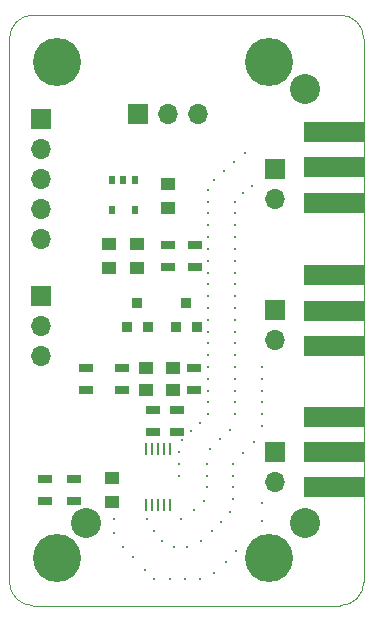
<source format=gbr>
G04 #@! TF.FileFunction,Soldermask,Top*
%FSLAX46Y46*%
G04 Gerber Fmt 4.6, Leading zero omitted, Abs format (unit mm)*
G04 Created by KiCad (PCBNEW 4.0.6-e0-6349~53~ubuntu16.04.1) date Fri Mar 17 13:45:09 2017*
%MOMM*%
%LPD*%
G01*
G04 APERTURE LIST*
%ADD10C,0.200000*%
%ADD11C,0.100000*%
%ADD12C,0.200000*%
%ADD13R,1.300000X1.100000*%
%ADD14R,1.300000X0.700000*%
%ADD15R,1.700000X1.700000*%
%ADD16O,1.700000X1.700000*%
%ADD17R,1.250000X1.000000*%
%ADD18R,5.080000X1.800000*%
%ADD19C,0.300000*%
%ADD20R,0.508000X0.762000*%
%ADD21R,0.914400X0.914400*%
%ADD22C,4.064000*%
%ADD23C,2.540000*%
%ADD24R,0.250000X1.100000*%
G04 APERTURE END LIST*
D10*
D11*
X128000000Y-100000000D02*
G75*
G03X130000000Y-98000000I0J2000000D01*
G01*
X100000000Y-98000000D02*
G75*
G03X102000000Y-100000000I2000000J0D01*
G01*
X130000000Y-52000000D02*
G75*
G03X128000000Y-50000000I-2000000J0D01*
G01*
X102000000Y-50000000D02*
G75*
G03X100000000Y-52000000I0J-2000000D01*
G01*
X128000000Y-50000000D02*
X102000000Y-50000000D01*
X130000000Y-98000000D02*
X130000000Y-52000000D01*
X102000000Y-100000000D02*
X128000000Y-100000000D01*
X100000000Y-52000000D02*
X100000000Y-98000000D01*
D12*
X112200000Y-93700000D03*
D13*
X111550000Y-81750000D03*
X113850000Y-81750000D03*
X113850000Y-79850000D03*
X111550000Y-79850000D03*
D14*
X114150000Y-83400000D03*
X114150000Y-85300000D03*
X115650000Y-79850000D03*
X115650000Y-81750000D03*
X106500000Y-79850000D03*
X106500000Y-81750000D03*
X109500000Y-79850000D03*
X109500000Y-81750000D03*
X103000000Y-89250000D03*
X103000000Y-91150000D03*
X105500000Y-89250000D03*
X105500000Y-91150000D03*
X115700000Y-69450000D03*
X115700000Y-71350000D03*
X113400000Y-69450000D03*
X113400000Y-71350000D03*
D15*
X122500000Y-87000000D03*
D16*
X122500000Y-89540000D03*
D15*
X122500000Y-75000000D03*
D16*
X122500000Y-77540000D03*
D15*
X122500000Y-63000000D03*
D16*
X122500000Y-65540000D03*
D15*
X110920000Y-58400000D03*
D16*
X113460000Y-58400000D03*
X116000000Y-58400000D03*
D15*
X102650000Y-73760000D03*
D16*
X102650000Y-76300000D03*
X102650000Y-78840000D03*
D15*
X102650000Y-58800000D03*
D16*
X102650000Y-61340000D03*
X102650000Y-63880000D03*
X102650000Y-66420000D03*
X102650000Y-68960000D03*
D17*
X108700000Y-89200000D03*
X108700000Y-91200000D03*
X110800000Y-69400000D03*
X110800000Y-71400000D03*
X108450000Y-69400000D03*
X108450000Y-71400000D03*
X113450000Y-64300000D03*
X113450000Y-66300000D03*
D12*
X121350000Y-91350000D03*
X121350000Y-92800000D03*
X112250000Y-97750000D03*
X119150000Y-95350000D03*
X118300000Y-96300000D03*
X117300000Y-97250000D03*
X116150000Y-97750000D03*
X114850000Y-97750000D03*
X113550000Y-97750000D03*
X111450000Y-97000000D03*
X110450000Y-95900000D03*
X109650000Y-95000000D03*
X108850000Y-93850000D03*
X108850000Y-92700000D03*
X119950000Y-61650000D03*
X119000000Y-62400000D03*
X118150000Y-63200000D03*
X117350000Y-64000000D03*
X120500000Y-64450000D03*
X119800000Y-65050000D03*
X119100000Y-65800000D03*
X119100000Y-66800000D03*
X119100000Y-67800000D03*
X119100000Y-68800000D03*
X119100000Y-69800000D03*
X119100000Y-70800000D03*
X119100000Y-71800000D03*
X119100000Y-72800000D03*
X119100000Y-73800000D03*
X119100000Y-74800000D03*
X121400000Y-79800000D03*
X121400000Y-80800000D03*
X121400000Y-81800000D03*
X121400000Y-82800000D03*
X121400000Y-83800000D03*
X118650000Y-92050000D03*
X121400000Y-84800000D03*
X120700000Y-86150000D03*
X119750000Y-87100000D03*
X118900000Y-88000000D03*
X118900000Y-89000000D03*
X118900000Y-90000000D03*
X118900000Y-91000000D03*
X117950000Y-92900000D03*
X117150000Y-93650000D03*
X116250000Y-94500000D03*
X115000000Y-95050000D03*
X113900000Y-95050000D03*
X112950000Y-94550000D03*
X111650000Y-92700000D03*
X114550000Y-92650000D03*
X115600000Y-91900000D03*
X116450000Y-91150000D03*
X116700000Y-90000000D03*
X116700000Y-89000000D03*
X116700000Y-88000000D03*
X116950000Y-86750000D03*
X117850000Y-85900000D03*
X119100000Y-76800000D03*
X119100000Y-77800000D03*
X119100000Y-78800000D03*
X119100000Y-79800000D03*
X119100000Y-80800000D03*
X119100000Y-81800000D03*
X119100000Y-82800000D03*
X119100000Y-83800000D03*
X116100000Y-84500000D03*
X115400000Y-85250000D03*
X114600000Y-86000000D03*
X114350000Y-87000000D03*
X114350000Y-88000000D03*
X114350000Y-89000000D03*
X118650000Y-85150000D03*
X116800000Y-83800000D03*
X116800000Y-82800000D03*
X116800000Y-81800000D03*
X116800000Y-80800000D03*
X116800000Y-79800000D03*
X116800000Y-78800000D03*
X116800000Y-77800000D03*
X116800000Y-76800000D03*
X116800000Y-75800000D03*
X116800000Y-74800000D03*
X116800000Y-73800000D03*
X116800000Y-72800000D03*
X116800000Y-71800000D03*
X116800000Y-70800000D03*
X116800000Y-69800000D03*
X116800000Y-68800000D03*
X116800000Y-67800000D03*
X116800000Y-66800000D03*
X116800000Y-65800000D03*
X116800000Y-64800000D03*
D18*
X127460000Y-62900000D03*
X127460000Y-65900000D03*
D19*
X129500000Y-59900000D03*
X125500000Y-59900000D03*
X126500000Y-60400000D03*
X126500000Y-59400000D03*
X127500000Y-59900000D03*
X128500000Y-60400000D03*
X128500000Y-59400000D03*
X129500000Y-65900000D03*
X125500000Y-65900000D03*
X126500000Y-66400000D03*
X126500000Y-65400000D03*
X127500000Y-65900000D03*
X128500000Y-66400000D03*
X128500000Y-65400000D03*
D18*
X127460000Y-59900000D03*
D20*
X110602500Y-63980000D03*
X108697500Y-63980000D03*
X110602500Y-66520000D03*
X109650000Y-63980000D03*
X108697500Y-66520000D03*
D21*
X115839000Y-76416000D03*
X114061000Y-76416000D03*
X114950000Y-74384000D03*
X111689000Y-76416000D03*
X109911000Y-76416000D03*
X110800000Y-74384000D03*
D18*
X127460000Y-87000000D03*
X127460000Y-90000000D03*
D19*
X129500000Y-84000000D03*
X125500000Y-84000000D03*
X126500000Y-84500000D03*
X126500000Y-83500000D03*
X127500000Y-84000000D03*
X128500000Y-84500000D03*
X128500000Y-83500000D03*
X129500000Y-90000000D03*
X125500000Y-90000000D03*
X126500000Y-90500000D03*
X126500000Y-89500000D03*
X127500000Y-90000000D03*
X128500000Y-90500000D03*
X128500000Y-89500000D03*
D18*
X127460000Y-84000000D03*
X127460000Y-75050000D03*
X127460000Y-78050000D03*
D19*
X129500000Y-72050000D03*
X125500000Y-72050000D03*
X126500000Y-72550000D03*
X126500000Y-71550000D03*
X127500000Y-72050000D03*
X128500000Y-72550000D03*
X128500000Y-71550000D03*
X129500000Y-78050000D03*
X125500000Y-78050000D03*
X126500000Y-78550000D03*
X126500000Y-77550000D03*
X127500000Y-78050000D03*
X128500000Y-78550000D03*
X128500000Y-77550000D03*
D18*
X127460000Y-72050000D03*
D22*
X122000000Y-96000000D03*
X104000000Y-96000000D03*
X122000000Y-54000000D03*
X104000000Y-54000000D03*
D12*
X119100000Y-75800000D03*
D23*
X125000000Y-93000000D03*
X106500000Y-93000000D03*
X125000000Y-56250000D03*
D24*
X113600000Y-86750000D03*
X113100000Y-86750000D03*
X112600000Y-86750000D03*
X112100000Y-86750000D03*
X111600000Y-86750000D03*
X111584000Y-91450000D03*
X112092000Y-91450000D03*
X112600000Y-91450000D03*
X113108000Y-91450000D03*
X113616000Y-91450000D03*
D14*
X112150000Y-85300000D03*
X112150000Y-83400000D03*
M02*

</source>
